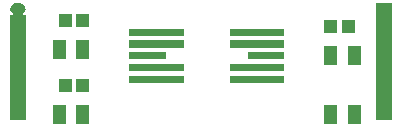
<source format=gbr>
G04 #@! TF.GenerationSoftware,KiCad,Pcbnew,(5.0.0)*
G04 #@! TF.CreationDate,2019-04-19T16:07:06+03:00*
G04 #@! TF.ProjectId,Rs485_adapter,52733438355F616461707465722E6B69,rev?*
G04 #@! TF.SameCoordinates,Original*
G04 #@! TF.FileFunction,Soldermask,Top*
G04 #@! TF.FilePolarity,Negative*
%FSLAX46Y46*%
G04 Gerber Fmt 4.6, Leading zero omitted, Abs format (unit mm)*
G04 Created by KiCad (PCBNEW (5.0.0)) date 04/19/19 16:07:06*
%MOMM*%
%LPD*%
G01*
G04 APERTURE LIST*
%ADD10C,0.100000*%
G04 APERTURE END LIST*
D10*
G36*
X140550000Y-96300000D02*
X139450000Y-96300000D01*
X139450000Y-94700000D01*
X140550000Y-94700000D01*
X140550000Y-96300000D01*
X140550000Y-96300000D01*
G37*
G36*
X138550000Y-96300000D02*
X137450000Y-96300000D01*
X137450000Y-94700000D01*
X138550000Y-94700000D01*
X138550000Y-96300000D01*
X138550000Y-96300000D01*
G37*
G36*
X163550000Y-96300000D02*
X162450000Y-96300000D01*
X162450000Y-94700000D01*
X163550000Y-94700000D01*
X163550000Y-96300000D01*
X163550000Y-96300000D01*
G37*
G36*
X161550000Y-96300000D02*
X160450000Y-96300000D01*
X160450000Y-94700000D01*
X161550000Y-94700000D01*
X161550000Y-96300000D01*
X161550000Y-96300000D01*
G37*
G36*
X166150000Y-95950000D02*
X164850000Y-95950000D01*
X164850000Y-86050000D01*
X166150000Y-86050000D01*
X166150000Y-95950000D01*
X166150000Y-95950000D01*
G37*
G36*
X134788212Y-86056510D02*
X134788215Y-86056511D01*
X134873041Y-86082243D01*
X134873043Y-86082244D01*
X134951213Y-86124026D01*
X135019737Y-86180263D01*
X135075974Y-86248787D01*
X135117756Y-86326957D01*
X135143490Y-86411788D01*
X135152178Y-86500000D01*
X135143490Y-86588212D01*
X135117756Y-86673043D01*
X135075974Y-86751213D01*
X135019737Y-86819737D01*
X134955203Y-86872699D01*
X134941342Y-86886561D01*
X134930451Y-86902861D01*
X134922949Y-86920972D01*
X134919124Y-86940199D01*
X134919125Y-86959802D01*
X134922949Y-86979029D01*
X134930451Y-86997140D01*
X134941342Y-87013440D01*
X134955204Y-87027301D01*
X134971504Y-87038192D01*
X134989615Y-87045694D01*
X135018643Y-87050000D01*
X135150000Y-87050000D01*
X135150000Y-95950000D01*
X133850000Y-95950000D01*
X133850000Y-87050000D01*
X133981357Y-87050000D01*
X134000866Y-87048079D01*
X134019625Y-87042388D01*
X134036914Y-87033147D01*
X134052068Y-87020711D01*
X134064504Y-87005557D01*
X134073745Y-86988268D01*
X134079436Y-86969509D01*
X134081357Y-86950000D01*
X134079436Y-86930491D01*
X134073745Y-86911732D01*
X134064504Y-86894443D01*
X134044797Y-86872699D01*
X133980263Y-86819737D01*
X133924026Y-86751213D01*
X133882244Y-86673043D01*
X133856510Y-86588212D01*
X133847822Y-86500000D01*
X133856510Y-86411788D01*
X133882244Y-86326957D01*
X133924026Y-86248787D01*
X133980263Y-86180263D01*
X134048787Y-86124026D01*
X134126957Y-86082244D01*
X134126959Y-86082243D01*
X134211785Y-86056511D01*
X134211788Y-86056510D01*
X134277889Y-86050000D01*
X134722111Y-86050000D01*
X134788212Y-86056510D01*
X134788212Y-86056510D01*
G37*
G36*
X139050000Y-93550000D02*
X137950000Y-93550000D01*
X137950000Y-92450000D01*
X139050000Y-92450000D01*
X139050000Y-93550000D01*
X139050000Y-93550000D01*
G37*
G36*
X140550000Y-93550000D02*
X139450000Y-93550000D01*
X139450000Y-92450000D01*
X140550000Y-92450000D01*
X140550000Y-93550000D01*
X140550000Y-93550000D01*
G37*
G36*
X157050000Y-92800000D02*
X152450000Y-92800000D01*
X152450000Y-92200000D01*
X157050000Y-92200000D01*
X157050000Y-92800000D01*
X157050000Y-92800000D01*
G37*
G36*
X148550000Y-92800000D02*
X143950000Y-92800000D01*
X143950000Y-92200000D01*
X148550000Y-92200000D01*
X148550000Y-92800000D01*
X148550000Y-92800000D01*
G37*
G36*
X148550000Y-91800000D02*
X143950000Y-91800000D01*
X143950000Y-91200000D01*
X148550000Y-91200000D01*
X148550000Y-91800000D01*
X148550000Y-91800000D01*
G37*
G36*
X157050000Y-91800000D02*
X152450000Y-91800000D01*
X152450000Y-91200000D01*
X157050000Y-91200000D01*
X157050000Y-91800000D01*
X157050000Y-91800000D01*
G37*
G36*
X161550000Y-91300000D02*
X160450000Y-91300000D01*
X160450000Y-89700000D01*
X161550000Y-89700000D01*
X161550000Y-91300000D01*
X161550000Y-91300000D01*
G37*
G36*
X163550000Y-91300000D02*
X162450000Y-91300000D01*
X162450000Y-89700000D01*
X163550000Y-89700000D01*
X163550000Y-91300000D01*
X163550000Y-91300000D01*
G37*
G36*
X147050000Y-90800000D02*
X143950000Y-90800000D01*
X143950000Y-90200000D01*
X147050000Y-90200000D01*
X147050000Y-90800000D01*
X147050000Y-90800000D01*
G37*
G36*
X157050000Y-90800000D02*
X153950000Y-90800000D01*
X153950000Y-90200000D01*
X157050000Y-90200000D01*
X157050000Y-90800000D01*
X157050000Y-90800000D01*
G37*
G36*
X140550000Y-90800000D02*
X139450000Y-90800000D01*
X139450000Y-89200000D01*
X140550000Y-89200000D01*
X140550000Y-90800000D01*
X140550000Y-90800000D01*
G37*
G36*
X138550000Y-90800000D02*
X137450000Y-90800000D01*
X137450000Y-89200000D01*
X138550000Y-89200000D01*
X138550000Y-90800000D01*
X138550000Y-90800000D01*
G37*
G36*
X148550000Y-89800000D02*
X143950000Y-89800000D01*
X143950000Y-89200000D01*
X148550000Y-89200000D01*
X148550000Y-89800000D01*
X148550000Y-89800000D01*
G37*
G36*
X157050000Y-89800000D02*
X152450000Y-89800000D01*
X152450000Y-89200000D01*
X157050000Y-89200000D01*
X157050000Y-89800000D01*
X157050000Y-89800000D01*
G37*
G36*
X148550000Y-88800000D02*
X143950000Y-88800000D01*
X143950000Y-88200000D01*
X148550000Y-88200000D01*
X148550000Y-88800000D01*
X148550000Y-88800000D01*
G37*
G36*
X157050000Y-88800000D02*
X152450000Y-88800000D01*
X152450000Y-88200000D01*
X157050000Y-88200000D01*
X157050000Y-88800000D01*
X157050000Y-88800000D01*
G37*
G36*
X161550000Y-88550000D02*
X160450000Y-88550000D01*
X160450000Y-87450000D01*
X161550000Y-87450000D01*
X161550000Y-88550000D01*
X161550000Y-88550000D01*
G37*
G36*
X163050000Y-88550000D02*
X161950000Y-88550000D01*
X161950000Y-87450000D01*
X163050000Y-87450000D01*
X163050000Y-88550000D01*
X163050000Y-88550000D01*
G37*
G36*
X140550000Y-88050000D02*
X139450000Y-88050000D01*
X139450000Y-86950000D01*
X140550000Y-86950000D01*
X140550000Y-88050000D01*
X140550000Y-88050000D01*
G37*
G36*
X139050000Y-88050000D02*
X137950000Y-88050000D01*
X137950000Y-86950000D01*
X139050000Y-86950000D01*
X139050000Y-88050000D01*
X139050000Y-88050000D01*
G37*
M02*

</source>
